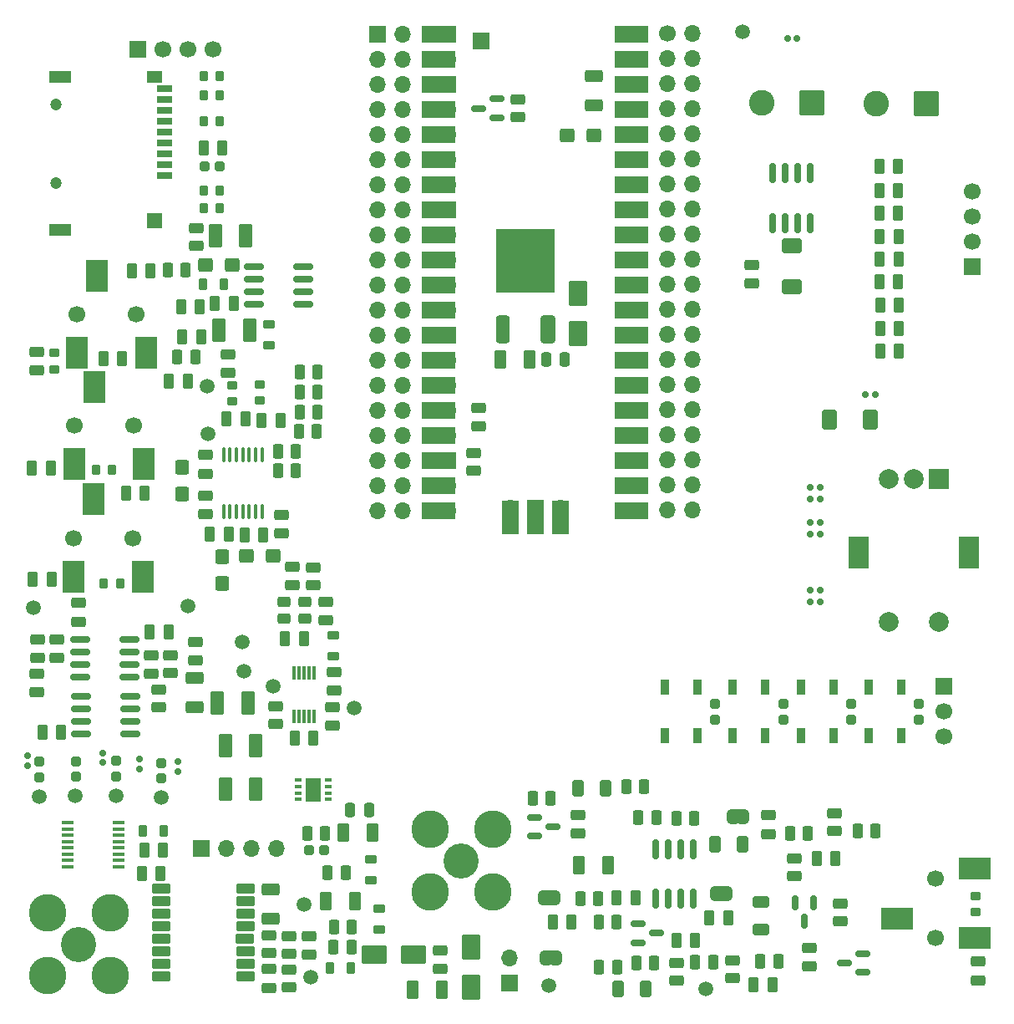
<source format=gbr>
%TF.GenerationSoftware,KiCad,Pcbnew,9.0.7-9.0.7~ubuntu24.04.1*%
%TF.CreationDate,2026-02-19T22:15:48-08:00*%
%TF.ProjectId,Intro-to-CAD-2026,496e7472-6f2d-4746-9f2d-4341442d3230,rev?*%
%TF.SameCoordinates,Original*%
%TF.FileFunction,Soldermask,Top*%
%TF.FilePolarity,Negative*%
%FSLAX46Y46*%
G04 Gerber Fmt 4.6, Leading zero omitted, Abs format (unit mm)*
G04 Created by KiCad (PCBNEW 9.0.7-9.0.7~ubuntu24.04.1) date 2026-02-19 22:15:48*
%MOMM*%
%LPD*%
G01*
G04 APERTURE LIST*
G04 Aperture macros list*
%AMRoundRect*
0 Rectangle with rounded corners*
0 $1 Rounding radius*
0 $2 $3 $4 $5 $6 $7 $8 $9 X,Y pos of 4 corners*
0 Add a 4 corners polygon primitive as box body*
4,1,4,$2,$3,$4,$5,$6,$7,$8,$9,$2,$3,0*
0 Add four circle primitives for the rounded corners*
1,1,$1+$1,$2,$3*
1,1,$1+$1,$4,$5*
1,1,$1+$1,$6,$7*
1,1,$1+$1,$8,$9*
0 Add four rect primitives between the rounded corners*
20,1,$1+$1,$2,$3,$4,$5,0*
20,1,$1+$1,$4,$5,$6,$7,0*
20,1,$1+$1,$6,$7,$8,$9,0*
20,1,$1+$1,$8,$9,$2,$3,0*%
%AMFreePoly0*
4,1,23,0.500000,-0.750000,0.000000,-0.750000,0.000000,-0.745722,-0.065263,-0.745722,-0.191342,-0.711940,-0.304381,-0.646677,-0.396677,-0.554381,-0.461940,-0.441342,-0.495722,-0.315263,-0.495722,-0.250000,-0.500000,-0.250000,-0.500000,0.250000,-0.495722,0.250000,-0.495722,0.315263,-0.461940,0.441342,-0.396677,0.554381,-0.304381,0.646677,-0.191342,0.711940,-0.065263,0.745722,0.000000,0.745722,
0.000000,0.750000,0.500000,0.750000,0.500000,-0.750000,0.500000,-0.750000,$1*%
%AMFreePoly1*
4,1,23,0.000000,0.745722,0.065263,0.745722,0.191342,0.711940,0.304381,0.646677,0.396677,0.554381,0.461940,0.441342,0.495722,0.315263,0.495722,0.250000,0.500000,0.250000,0.500000,-0.250000,0.495722,-0.250000,0.495722,-0.315263,0.461940,-0.441342,0.396677,-0.554381,0.304381,-0.646677,0.191342,-0.711940,0.065263,-0.745722,0.000000,-0.745722,0.000000,-0.750000,-0.500000,-0.750000,
-0.500000,0.750000,0.000000,0.750000,0.000000,0.745722,0.000000,0.745722,$1*%
G04 Aperture macros list end*
%ADD10RoundRect,0.250000X1.050000X1.050000X-1.050000X1.050000X-1.050000X-1.050000X1.050000X-1.050000X0*%
%ADD11C,2.600000*%
%ADD12RoundRect,0.269000X-0.269000X-0.494000X0.269000X-0.494000X0.269000X0.494000X-0.269000X0.494000X0*%
%ADD13RoundRect,0.159000X0.159000X0.189000X-0.159000X0.189000X-0.159000X-0.189000X0.159000X-0.189000X0*%
%ADD14C,1.500000*%
%ADD15RoundRect,0.267317X0.470683X-0.280683X0.470683X0.280683X-0.470683X0.280683X-0.470683X-0.280683X0*%
%ADD16RoundRect,0.244000X-0.269000X0.244000X-0.269000X-0.244000X0.269000X-0.244000X0.269000X0.244000X0*%
%ADD17RoundRect,0.244000X0.269000X-0.244000X0.269000X0.244000X-0.269000X0.244000X-0.269000X-0.244000X0*%
%ADD18RoundRect,0.219000X-0.219000X-0.294000X0.219000X-0.294000X0.219000X0.294000X-0.219000X0.294000X0*%
%ADD19RoundRect,0.267317X0.280683X0.470683X-0.280683X0.470683X-0.280683X-0.470683X0.280683X-0.470683X0*%
%ADD20RoundRect,0.269000X0.269000X0.494000X-0.269000X0.494000X-0.269000X-0.494000X0.269000X-0.494000X0*%
%ADD21RoundRect,0.287778X0.714222X-0.489222X0.714222X0.489222X-0.714222X0.489222X-0.714222X-0.489222X0*%
%ADD22RoundRect,0.150000X0.590000X0.150000X-0.590000X0.150000X-0.590000X-0.150000X0.590000X-0.150000X0*%
%ADD23RoundRect,0.250000X0.425000X-1.150000X0.425000X1.150000X-0.425000X1.150000X-0.425000X-1.150000X0*%
%ADD24RoundRect,0.250000X0.500000X-1.150000X0.500000X1.150000X-0.500000X1.150000X-0.500000X-1.150000X0*%
%ADD25C,0.500000*%
%ADD26RoundRect,0.250000X2.750000X-3.000000X2.750000X3.000000X-2.750000X3.000000X-2.750000X-3.000000X0*%
%ADD27RoundRect,0.267317X-0.280683X-0.470683X0.280683X-0.470683X0.280683X0.470683X-0.280683X0.470683X0*%
%ADD28C,3.556000*%
%ADD29C,3.810000*%
%ADD30FreePoly0,180.000000*%
%ADD31FreePoly1,180.000000*%
%ADD32RoundRect,0.090000X0.360000X-0.660000X0.360000X0.660000X-0.360000X0.660000X-0.360000X-0.660000X0*%
%ADD33RoundRect,0.267317X-0.470683X0.280683X-0.470683X-0.280683X0.470683X-0.280683X0.470683X0.280683X0*%
%ADD34RoundRect,0.267273X0.320727X0.570727X-0.320727X0.570727X-0.320727X-0.570727X0.320727X-0.570727X0*%
%ADD35RoundRect,0.266521X0.346479X0.671479X-0.346479X0.671479X-0.346479X-0.671479X0.346479X-0.671479X0*%
%ADD36R,1.700000X1.700000*%
%ADD37O,1.700000X1.700000*%
%ADD38RoundRect,0.267273X-0.320727X-0.570727X0.320727X-0.570727X0.320727X0.570727X-0.320727X0.570727X0*%
%ADD39RoundRect,0.269000X0.494000X-0.269000X0.494000X0.269000X-0.494000X0.269000X-0.494000X-0.269000X0*%
%ADD40C,1.700000*%
%ADD41RoundRect,0.219000X0.294000X-0.219000X0.294000X0.219000X-0.294000X0.219000X-0.294000X-0.219000X0*%
%ADD42RoundRect,0.287778X-0.489222X-0.714222X0.489222X-0.714222X0.489222X0.714222X-0.489222X0.714222X0*%
%ADD43RoundRect,0.159000X0.189000X-0.159000X0.189000X0.159000X-0.189000X0.159000X-0.189000X-0.159000X0*%
%ADD44RoundRect,0.266521X0.671479X-0.346479X0.671479X0.346479X-0.671479X0.346479X-0.671479X-0.346479X0*%
%ADD45RoundRect,0.260556X-1.027444X-0.677444X1.027444X-0.677444X1.027444X0.677444X-1.027444X0.677444X0*%
%ADD46R,1.200000X0.400000*%
%ADD47RoundRect,0.244000X-0.244000X-0.269000X0.244000X-0.269000X0.244000X0.269000X-0.244000X0.269000X0*%
%ADD48RoundRect,0.150000X-0.150000X0.825000X-0.150000X-0.825000X0.150000X-0.825000X0.150000X0.825000X0*%
%ADD49C,1.200000*%
%ADD50R,1.600000X0.700000*%
%ADD51R,1.500000X1.200000*%
%ADD52R,2.200000X1.200000*%
%ADD53R,1.500000X1.600000*%
%ADD54RoundRect,0.250000X0.250000X0.475000X-0.250000X0.475000X-0.250000X-0.475000X0.250000X-0.475000X0*%
%ADD55RoundRect,0.159000X-0.159000X-0.189000X0.159000X-0.189000X0.159000X0.189000X-0.159000X0.189000X0*%
%ADD56R,2.200000X3.200000*%
%ADD57RoundRect,0.269000X-0.494000X0.269000X-0.494000X-0.269000X0.494000X-0.269000X0.494000X0.269000X0*%
%ADD58RoundRect,0.260556X-0.677444X1.027444X-0.677444X-1.027444X0.677444X-1.027444X0.677444X1.027444X0*%
%ADD59RoundRect,0.263396X-0.434604X-0.949604X0.434604X-0.949604X0.434604X0.949604X-0.434604X0.949604X0*%
%ADD60RoundRect,0.264074X0.473926X0.448926X-0.473926X0.448926X-0.473926X-0.448926X0.473926X-0.448926X0*%
%ADD61RoundRect,0.266521X-0.346479X-0.671479X0.346479X-0.671479X0.346479X0.671479X-0.346479X0.671479X0*%
%ADD62RoundRect,0.219000X0.219000X0.294000X-0.219000X0.294000X-0.219000X-0.294000X0.219000X-0.294000X0*%
%ADD63RoundRect,0.263396X0.434604X0.949604X-0.434604X0.949604X-0.434604X-0.949604X0.434604X-0.949604X0*%
%ADD64R,0.300000X1.400000*%
%ADD65RoundRect,0.150000X0.825000X0.150000X-0.825000X0.150000X-0.825000X-0.150000X0.825000X-0.150000X0*%
%ADD66RoundRect,0.150000X-0.590000X-0.150000X0.590000X-0.150000X0.590000X0.150000X-0.590000X0.150000X0*%
%ADD67RoundRect,0.220000X0.220000X0.380000X-0.220000X0.380000X-0.220000X-0.380000X0.220000X-0.380000X0*%
%ADD68RoundRect,0.266521X-0.671479X0.346479X-0.671479X-0.346479X0.671479X-0.346479X0.671479X0.346479X0*%
%ADD69R,3.500000X1.700000*%
%ADD70R,1.700000X3.500000*%
%ADD71RoundRect,0.219000X-0.294000X0.219000X-0.294000X-0.219000X0.294000X-0.219000X0.294000X0.219000X0*%
%ADD72RoundRect,0.264074X-0.448926X0.473926X-0.448926X-0.473926X0.448926X-0.473926X0.448926X0.473926X0*%
%ADD73RoundRect,0.100000X0.100000X-0.637500X0.100000X0.637500X-0.100000X0.637500X-0.100000X-0.637500X0*%
%ADD74FreePoly0,0.000000*%
%ADD75FreePoly1,0.000000*%
%ADD76RoundRect,0.220000X-0.380000X0.220000X-0.380000X-0.220000X0.380000X-0.220000X0.380000X0.220000X0*%
%ADD77RoundRect,0.220000X0.380000X-0.220000X0.380000X0.220000X-0.380000X0.220000X-0.380000X-0.220000X0*%
%ADD78RoundRect,0.264074X0.448926X-0.473926X0.448926X0.473926X-0.448926X0.473926X-0.448926X-0.473926X0*%
%ADD79R,0.650000X0.350000*%
%ADD80R,1.550000X2.400000*%
%ADD81RoundRect,0.102000X-0.835000X-0.379999X0.835000X-0.379999X0.835000X0.379999X-0.835000X0.379999X0*%
%ADD82RoundRect,0.102000X-0.835000X-0.380000X0.835000X-0.380000X0.835000X0.380000X-0.835000X0.380000X0*%
%ADD83R,2.000000X2.000000*%
%ADD84C,2.000000*%
%ADD85R,2.000000X3.200000*%
%ADD86RoundRect,0.267273X-0.570727X0.320727X-0.570727X-0.320727X0.570727X-0.320727X0.570727X0.320727X0*%
%ADD87RoundRect,0.260556X0.677444X-1.027444X0.677444X1.027444X-0.677444X1.027444X-0.677444X-1.027444X0*%
%ADD88RoundRect,0.150000X-0.150000X0.590000X-0.150000X-0.590000X0.150000X-0.590000X0.150000X0.590000X0*%
%ADD89RoundRect,0.250000X-0.400000X-0.300000X0.400000X-0.300000X0.400000X0.300000X-0.400000X0.300000X0*%
%ADD90RoundRect,0.264074X-0.473926X-0.448926X0.473926X-0.448926X0.473926X0.448926X-0.473926X0.448926X0*%
%ADD91R,3.200000X2.200000*%
%ADD92RoundRect,0.150000X-0.825000X-0.150000X0.825000X-0.150000X0.825000X0.150000X-0.825000X0.150000X0*%
%ADD93RoundRect,0.220000X-0.220000X-0.380000X0.220000X-0.380000X0.220000X0.380000X-0.220000X0.380000X0*%
%ADD94RoundRect,0.162500X-0.162500X0.825000X-0.162500X-0.825000X0.162500X-0.825000X0.162500X0.825000X0*%
G04 APERTURE END LIST*
%TO.C,e2*%
G36*
X155000000Y-126900000D02*
G01*
X154700000Y-126900000D01*
X154700000Y-125400000D01*
X155000000Y-125400000D01*
X155000000Y-126900000D01*
G37*
%TO.C,e7*%
G36*
X174000000Y-112590000D02*
G01*
X173700000Y-112590000D01*
X173700000Y-111090000D01*
X174000000Y-111090000D01*
X174000000Y-112590000D01*
G37*
%TO.C,JP3*%
G36*
X154525000Y-119325000D02*
G01*
X154825000Y-119325000D01*
X154825000Y-120825000D01*
X154525000Y-120825000D01*
X154525000Y-119325000D01*
G37*
%TO.C,e6*%
G36*
X171975000Y-118900000D02*
G01*
X172275000Y-118900000D01*
X172275000Y-120400000D01*
X171975000Y-120400000D01*
X171975000Y-118900000D01*
G37*
%TD*%
D10*
%TO.C,J18*%
X192970000Y-39630000D03*
D11*
X187890000Y-39630000D03*
%TD*%
D12*
%TO.C,C80*%
X190150000Y-64730000D03*
X188250000Y-64730000D03*
%TD*%
%TO.C,C79*%
X188230000Y-62430000D03*
X190130000Y-62430000D03*
%TD*%
%TO.C,C78*%
X188210000Y-55390000D03*
X190110000Y-55390000D03*
%TD*%
%TO.C,C77*%
X188250000Y-60070000D03*
X190150000Y-60070000D03*
%TD*%
%TO.C,C76*%
X188180000Y-57720000D03*
X190080000Y-57720000D03*
%TD*%
%TO.C,C75*%
X188200000Y-53110000D03*
X190100000Y-53110000D03*
%TD*%
%TO.C,C74*%
X188170000Y-50790000D03*
X190070000Y-50790000D03*
%TD*%
%TO.C,C73*%
X188190000Y-48430000D03*
X190090000Y-48430000D03*
%TD*%
%TO.C,C72*%
X188180000Y-46040000D03*
X190080000Y-46040000D03*
%TD*%
D13*
%TO.C,C27*%
X179840000Y-33030000D03*
X178840000Y-33030000D03*
%TD*%
D14*
%TO.C,TP8*%
X170575000Y-129350000D03*
%TD*%
D15*
%TO.C,R1*%
X128370000Y-125790000D03*
X128370000Y-123970000D03*
%TD*%
D16*
%TO.C,C69*%
X185312786Y-100461501D03*
X185312786Y-102021501D03*
%TD*%
D17*
%TO.C,C14*%
X106750000Y-107820000D03*
X106750000Y-106260000D03*
%TD*%
D18*
%TO.C,R69*%
X119700000Y-36830000D03*
X121340000Y-36830000D03*
%TD*%
D19*
%TO.C,R33*%
X118820000Y-65330000D03*
X117000000Y-65330000D03*
%TD*%
D15*
%TO.C,R9*%
X102800000Y-99260000D03*
X102800000Y-97440000D03*
%TD*%
%TO.C,R28*%
X151490000Y-41050000D03*
X151490000Y-39230000D03*
%TD*%
D20*
%TO.C,C29*%
X113710000Y-79130000D03*
X111810000Y-79130000D03*
%TD*%
D21*
%TO.C,S1*%
X179270000Y-58200000D03*
X179270000Y-54050000D03*
%TD*%
D22*
%TO.C,Q4*%
X186500000Y-127625000D03*
X186500000Y-125725000D03*
X184620000Y-126675000D03*
%TD*%
D23*
%TO.C,U6*%
X150020000Y-62530000D03*
D24*
X154600000Y-62530000D03*
D25*
X150310000Y-58050000D03*
X152310000Y-58050000D03*
X154310000Y-58050000D03*
X150310000Y-56050000D03*
X152310000Y-56050000D03*
X154310000Y-56050000D03*
D26*
X152330000Y-55570000D03*
D25*
X150310000Y-54050000D03*
X152310000Y-54050000D03*
X154310000Y-54050000D03*
%TD*%
D16*
%TO.C,C70*%
X178427071Y-100461501D03*
X178427071Y-102021501D03*
%TD*%
D27*
%TO.C,R7*%
X132860000Y-123070000D03*
X134680000Y-123070000D03*
%TD*%
D17*
%TO.C,C22*%
X115410000Y-107990000D03*
X115410000Y-106430000D03*
%TD*%
D14*
%TO.C,TP1*%
X120060000Y-68290000D03*
%TD*%
D12*
%TO.C,C52*%
X102370000Y-87860000D03*
X104270000Y-87860000D03*
%TD*%
D28*
%TO.C,J11*%
X107005000Y-124815000D03*
D29*
X103830000Y-121640000D03*
X103830000Y-127990000D03*
X110180000Y-121640000D03*
X110180000Y-127990000D03*
%TD*%
D30*
%TO.C,e2*%
X155500000Y-126150000D03*
D31*
X154200000Y-126150000D03*
%TD*%
D32*
%TO.C,D10*%
X180219929Y-103691500D03*
X183519929Y-103691500D03*
X183519929Y-98791500D03*
X180219929Y-98791500D03*
%TD*%
D15*
%TO.C,R37*%
X132710000Y-102620000D03*
X132710000Y-100800000D03*
%TD*%
D14*
%TO.C,TP10*%
X123600000Y-94220000D03*
%TD*%
D12*
%TO.C,C61*%
X167575000Y-124375000D03*
X169475000Y-124375000D03*
%TD*%
D33*
%TO.C,R16*%
X127560000Y-81350000D03*
X127560000Y-83170000D03*
%TD*%
D20*
%TO.C,C25*%
X119400000Y-63270000D03*
X117500000Y-63270000D03*
%TD*%
D34*
%TO.C,D6*%
X164500000Y-129350000D03*
X161700000Y-129350000D03*
%TD*%
D35*
%TO.C,C42*%
X143830000Y-129420000D03*
X140870000Y-129420000D03*
%TD*%
D20*
%TO.C,C63*%
X156950000Y-122575000D03*
X155050000Y-122575000D03*
%TD*%
D14*
%TO.C,TP14*%
X103030000Y-109840000D03*
%TD*%
D36*
%TO.C,Je3*%
X119480000Y-115080000D03*
D37*
X122020000Y-115080000D03*
X124560000Y-115080000D03*
X127100000Y-115080000D03*
%TD*%
D15*
%TO.C,R49*%
X179575000Y-117900000D03*
X179575000Y-116080000D03*
%TD*%
D38*
%TO.C,D5*%
X157650000Y-109000000D03*
X160450000Y-109000000D03*
%TD*%
D30*
%TO.C,e7*%
X174500000Y-111840000D03*
D31*
X173200000Y-111840000D03*
%TD*%
D39*
%TO.C,C15*%
X132860000Y-99100000D03*
X132860000Y-97200000D03*
%TD*%
D20*
%TO.C,C38*%
X130800000Y-103940000D03*
X128900000Y-103940000D03*
%TD*%
D17*
%TO.C,C16*%
X102990000Y-107890000D03*
X102990000Y-106330000D03*
%TD*%
D12*
%TO.C,C60*%
X181825000Y-116155000D03*
X183725000Y-116155000D03*
%TD*%
D36*
%TO.C,J15*%
X113010000Y-34140000D03*
D40*
X115550000Y-34140000D03*
X118090000Y-34140000D03*
X120630000Y-34140000D03*
%TD*%
D36*
%TO.C,J5*%
X150650000Y-128750000D03*
D37*
X150650000Y-126210000D03*
%TD*%
D13*
%TO.C,C64*%
X182160000Y-82050000D03*
X181160000Y-82050000D03*
%TD*%
%TO.C,C62*%
X182160000Y-90150000D03*
X181160000Y-90150000D03*
%TD*%
D41*
%TO.C,R19*%
X197940000Y-121570000D03*
X197940000Y-119930000D03*
%TD*%
D15*
%TO.C,R12*%
X116340000Y-97360000D03*
X116340000Y-95540000D03*
%TD*%
D42*
%TO.C,S2*%
X183115000Y-71640000D03*
X187265000Y-71640000D03*
%TD*%
D39*
%TO.C,C20*%
X126320000Y-129200000D03*
X126320000Y-127300000D03*
%TD*%
D43*
%TO.C,R60*%
X101830000Y-106700000D03*
X101830000Y-105700000D03*
%TD*%
D14*
%TO.C,TP25*%
X174310000Y-32350000D03*
%TD*%
D12*
%TO.C,C66*%
X119650000Y-44150000D03*
X121550000Y-44150000D03*
%TD*%
D44*
%TO.C,C34*%
X126480000Y-122240000D03*
X126480000Y-119280000D03*
%TD*%
D14*
%TO.C,TP12*%
X154660000Y-128960000D03*
%TD*%
D43*
%TO.C,R61*%
X113140000Y-107060000D03*
X113140000Y-106060000D03*
%TD*%
D15*
%TO.C,R42*%
X181050000Y-126995000D03*
X181050000Y-125175000D03*
%TD*%
D45*
%TO.C,D1*%
X136960000Y-125890000D03*
X140960000Y-125890000D03*
%TD*%
D46*
%TO.C,U7*%
X105870000Y-112510000D03*
X105870000Y-113145000D03*
X105870000Y-113780000D03*
X105870000Y-114415000D03*
X105870000Y-115050000D03*
X105870000Y-115685000D03*
X105870000Y-116320000D03*
X105870000Y-116955000D03*
X111070000Y-116955000D03*
X111070000Y-116320000D03*
X111070000Y-115685000D03*
X111070000Y-115050000D03*
X111070000Y-114415000D03*
X111070000Y-113780000D03*
X111070000Y-113145000D03*
X111070000Y-112510000D03*
%TD*%
D33*
%TO.C,R34*%
X130750000Y-86620000D03*
X130750000Y-88440000D03*
%TD*%
D19*
%TO.C,R40*%
X165360000Y-126700000D03*
X163540000Y-126700000D03*
%TD*%
D47*
%TO.C,C67*%
X119740000Y-46030000D03*
X121300000Y-46030000D03*
%TD*%
D18*
%TO.C,R30*%
X109550000Y-88260000D03*
X111190000Y-88260000D03*
%TD*%
D27*
%TO.C,R44*%
X169490000Y-126650000D03*
X171310000Y-126650000D03*
%TD*%
D35*
%TO.C,C5*%
X136830000Y-113470000D03*
X133870000Y-113470000D03*
%TD*%
D48*
%TO.C,U9*%
X169287500Y-115225000D03*
X168017500Y-115225000D03*
X166747500Y-115225000D03*
X165477500Y-115225000D03*
X165477500Y-120175000D03*
X166747500Y-120175000D03*
X168017500Y-120175000D03*
X169287500Y-120175000D03*
%TD*%
D49*
%TO.C,J13*%
X104720000Y-39730000D03*
X104720000Y-47730000D03*
D50*
X115720000Y-46930000D03*
X115720000Y-45830000D03*
X115720000Y-44730000D03*
X115720000Y-43630000D03*
X115720000Y-42530000D03*
X115720000Y-41430000D03*
X115720000Y-40330000D03*
X115720000Y-39230000D03*
D51*
X114720000Y-36930000D03*
D52*
X105120000Y-36930000D03*
X105120000Y-52430000D03*
D53*
X114720000Y-51530000D03*
D50*
X115720000Y-38130000D03*
%TD*%
D54*
%TO.C,C43*%
X156300000Y-65560000D03*
X154400000Y-65560000D03*
%TD*%
D37*
%TO.C,J3*%
X166680000Y-80840000D03*
X169220000Y-80840000D03*
X166680000Y-78300000D03*
X169220000Y-78300000D03*
X166680000Y-75760000D03*
X169220000Y-75760000D03*
X166680000Y-73220000D03*
X169220000Y-73220000D03*
X166680000Y-70680000D03*
X169220000Y-70680000D03*
X166680000Y-68140000D03*
X169220000Y-68140000D03*
X166680000Y-65600000D03*
X169220000Y-65600000D03*
X166680000Y-63060000D03*
X169220000Y-63060000D03*
X166680000Y-60520000D03*
X169220000Y-60520000D03*
X166680000Y-57980000D03*
X169220000Y-57980000D03*
X166680000Y-55440000D03*
X169220000Y-55440000D03*
X166680000Y-52900000D03*
X169220000Y-52900000D03*
X166680000Y-50360000D03*
X169220000Y-50360000D03*
X166680000Y-47820000D03*
X169220000Y-47820000D03*
X166680000Y-45280000D03*
X169220000Y-45280000D03*
X166680000Y-42740000D03*
X169220000Y-42740000D03*
X166680000Y-40200000D03*
X169220000Y-40200000D03*
X166680000Y-37660000D03*
X169220000Y-37660000D03*
X166680000Y-35120000D03*
X169220000Y-35120000D03*
D40*
X166680000Y-32580000D03*
D37*
X169220000Y-32580000D03*
%TD*%
D18*
%TO.C,R14*%
X108780000Y-76740000D03*
X110420000Y-76740000D03*
%TD*%
D15*
%TO.C,R10*%
X126320000Y-125700000D03*
X126320000Y-123880000D03*
%TD*%
D43*
%TO.C,R58*%
X117040000Y-107270000D03*
X117040000Y-106270000D03*
%TD*%
D55*
%TO.C,R64*%
X181160000Y-79750000D03*
X182160000Y-79750000D03*
%TD*%
D40*
%TO.C,J16*%
X106860000Y-61020000D03*
X112860000Y-61020000D03*
D56*
X108860000Y-57120000D03*
X106860000Y-64920000D03*
X113860000Y-64920000D03*
%TD*%
D12*
%TO.C,C1*%
X113400000Y-117610000D03*
X115300000Y-117610000D03*
%TD*%
D57*
%TO.C,C11*%
X119840000Y-79360000D03*
X119840000Y-81260000D03*
%TD*%
D58*
%TO.C,D3*%
X157590000Y-58910000D03*
X157590000Y-62910000D03*
%TD*%
D17*
%TO.C,C19*%
X110810000Y-107800000D03*
X110810000Y-106240000D03*
%TD*%
D39*
%TO.C,C58*%
X176890000Y-113630000D03*
X176890000Y-111730000D03*
%TD*%
D33*
%TO.C,R45*%
X167625000Y-126690000D03*
X167625000Y-128510000D03*
%TD*%
D19*
%TO.C,R22*%
X117860000Y-56550000D03*
X116040000Y-56550000D03*
%TD*%
D14*
%TO.C,TP18*%
X102460000Y-90740000D03*
%TD*%
D15*
%TO.C,R21*%
X143670000Y-127290000D03*
X143670000Y-125470000D03*
%TD*%
D47*
%TO.C,C40*%
X130350000Y-115260000D03*
X131910000Y-115260000D03*
%TD*%
D19*
%TO.C,R39*%
X159670000Y-120150000D03*
X157850000Y-120150000D03*
%TD*%
D39*
%TO.C,C18*%
X114360000Y-97400000D03*
X114360000Y-95500000D03*
%TD*%
D12*
%TO.C,C51*%
X102270000Y-76570000D03*
X104170000Y-76570000D03*
%TD*%
D19*
%TO.C,R53*%
X161535000Y-122575000D03*
X159715000Y-122575000D03*
%TD*%
D57*
%TO.C,C4*%
X119880000Y-75240000D03*
X119880000Y-77140000D03*
%TD*%
D18*
%TO.C,R66*%
X119700000Y-48430000D03*
X121340000Y-48430000D03*
%TD*%
D59*
%TO.C,C37*%
X121860000Y-109050000D03*
X124940000Y-109050000D03*
%TD*%
D27*
%TO.C,R52*%
X163730000Y-111975000D03*
X165550000Y-111975000D03*
%TD*%
D60*
%TO.C,C45*%
X122580000Y-55980000D03*
X119880000Y-55980000D03*
%TD*%
D61*
%TO.C,C35*%
X132050000Y-120400000D03*
X135010000Y-120400000D03*
%TD*%
D33*
%TO.C,R31*%
X122170000Y-65070000D03*
X122170000Y-66890000D03*
%TD*%
D27*
%TO.C,R24*%
X129420000Y-66820000D03*
X131240000Y-66820000D03*
%TD*%
D20*
%TO.C,C23*%
X115560000Y-115280000D03*
X113660000Y-115280000D03*
%TD*%
D22*
%TO.C,Q1*%
X149440000Y-41090000D03*
X149440000Y-39190000D03*
X147560000Y-40140000D03*
%TD*%
D27*
%TO.C,R17*%
X127210000Y-74880000D03*
X129030000Y-74880000D03*
%TD*%
D62*
%TO.C,R68*%
X121340000Y-50230000D03*
X119700000Y-50230000D03*
%TD*%
D63*
%TO.C,C46*%
X123940000Y-53040000D03*
X120860000Y-53040000D03*
%TD*%
D27*
%TO.C,R20*%
X132850000Y-125090000D03*
X134670000Y-125090000D03*
%TD*%
%TO.C,R25*%
X129340000Y-72860000D03*
X131160000Y-72860000D03*
%TD*%
D59*
%TO.C,C36*%
X121860000Y-104700000D03*
X124940000Y-104700000D03*
%TD*%
D57*
%TO.C,C21*%
X107010000Y-90220000D03*
X107010000Y-92120000D03*
%TD*%
D27*
%TO.C,R41*%
X153030000Y-110000000D03*
X154850000Y-110000000D03*
%TD*%
D64*
%TO.C,U4*%
X130850000Y-97330000D03*
X130350000Y-97330000D03*
X129850000Y-97330000D03*
X129350000Y-97330000D03*
X128850000Y-97330000D03*
X128850000Y-101730000D03*
X129350000Y-101730000D03*
X129850000Y-101730000D03*
X130350000Y-101730000D03*
X130850000Y-101730000D03*
%TD*%
D27*
%TO.C,R48*%
X185955000Y-113325000D03*
X187775000Y-113325000D03*
%TD*%
D12*
%TO.C,C7*%
X122000000Y-71620000D03*
X123900000Y-71620000D03*
%TD*%
D65*
%TO.C,U1*%
X129735000Y-60015000D03*
X129735000Y-58745000D03*
X129735000Y-57475000D03*
X129735000Y-56205000D03*
X124785000Y-56205000D03*
X124785000Y-57475000D03*
X124785000Y-58745000D03*
X124785000Y-60015000D03*
%TD*%
D27*
%TO.C,R26*%
X129390000Y-70880000D03*
X131210000Y-70880000D03*
%TD*%
D14*
%TO.C,TP2*%
X120110000Y-73130000D03*
%TD*%
D20*
%TO.C,C53*%
X111420000Y-65500000D03*
X109520000Y-65500000D03*
%TD*%
D66*
%TO.C,Q3*%
X163710000Y-122737500D03*
X163710000Y-124637500D03*
X165590000Y-123687500D03*
%TD*%
D67*
%TO.C,FB7*%
X121760000Y-57940000D03*
X119640000Y-57940000D03*
%TD*%
D15*
%TO.C,R23*%
X147040000Y-76830000D03*
X147040000Y-75010000D03*
%TD*%
%TO.C,R38*%
X127000000Y-102510000D03*
X127000000Y-100690000D03*
%TD*%
D61*
%TO.C,C41*%
X149760000Y-65560000D03*
X152720000Y-65560000D03*
%TD*%
D27*
%TO.C,R46*%
X159765000Y-127100000D03*
X161585000Y-127100000D03*
%TD*%
D68*
%TO.C,C33*%
X118740000Y-97820000D03*
X118740000Y-100780000D03*
%TD*%
D37*
%TO.C,U3*%
X144400000Y-32600000D03*
D69*
X143500000Y-32600000D03*
D37*
X144400000Y-35140000D03*
D69*
X143500000Y-35140000D03*
D36*
X144400000Y-37680000D03*
D69*
X143500000Y-37680000D03*
D37*
X144400000Y-40220000D03*
D69*
X143500000Y-40220000D03*
D37*
X144400000Y-42760000D03*
D69*
X143500000Y-42760000D03*
D37*
X144400000Y-45300000D03*
D69*
X143500000Y-45300000D03*
D37*
X144400000Y-47840000D03*
D69*
X143500000Y-47840000D03*
D36*
X144400000Y-50380000D03*
D69*
X143500000Y-50380000D03*
D37*
X144400000Y-52920000D03*
D69*
X143500000Y-52920000D03*
D37*
X144400000Y-55460000D03*
D69*
X143500000Y-55460000D03*
D37*
X144400000Y-58000000D03*
D69*
X143500000Y-58000000D03*
D37*
X144400000Y-60540000D03*
D69*
X143500000Y-60540000D03*
D36*
X144400000Y-63080000D03*
D69*
X143500000Y-63080000D03*
D37*
X144400000Y-65620000D03*
D69*
X143500000Y-65620000D03*
D37*
X144400000Y-68160000D03*
D69*
X143500000Y-68160000D03*
D37*
X144400000Y-70700000D03*
D69*
X143500000Y-70700000D03*
D37*
X144400000Y-73240000D03*
D69*
X143500000Y-73240000D03*
D36*
X144400000Y-75780000D03*
D69*
X143500000Y-75780000D03*
D37*
X144400000Y-78320000D03*
D69*
X143500000Y-78320000D03*
D37*
X144400000Y-80860000D03*
D69*
X143500000Y-80860000D03*
D37*
X162180000Y-80860000D03*
D69*
X163080000Y-80860000D03*
D37*
X162180000Y-78320000D03*
D69*
X163080000Y-78320000D03*
D36*
X162180000Y-75780000D03*
D69*
X163080000Y-75780000D03*
D37*
X162180000Y-73240000D03*
D69*
X163080000Y-73240000D03*
D37*
X162180000Y-70700000D03*
D69*
X163080000Y-70700000D03*
D37*
X162180000Y-68160000D03*
D69*
X163080000Y-68160000D03*
D37*
X162180000Y-65620000D03*
D69*
X163080000Y-65620000D03*
D36*
X162180000Y-63080000D03*
D69*
X163080000Y-63080000D03*
D37*
X162180000Y-60540000D03*
D69*
X163080000Y-60540000D03*
D37*
X162180000Y-58000000D03*
D69*
X163080000Y-58000000D03*
D37*
X162180000Y-55460000D03*
D69*
X163080000Y-55460000D03*
D37*
X162180000Y-52920000D03*
D69*
X163080000Y-52920000D03*
D36*
X162180000Y-50380000D03*
D69*
X163080000Y-50380000D03*
D37*
X162180000Y-47840000D03*
D69*
X163080000Y-47840000D03*
D37*
X162180000Y-45300000D03*
D69*
X163080000Y-45300000D03*
D37*
X162180000Y-42760000D03*
D69*
X163080000Y-42760000D03*
D37*
X162180000Y-40220000D03*
D69*
X163080000Y-40220000D03*
D36*
X162180000Y-37680000D03*
D69*
X163080000Y-37680000D03*
D37*
X162180000Y-35140000D03*
D69*
X163080000Y-35140000D03*
D37*
X162180000Y-32600000D03*
D69*
X163080000Y-32600000D03*
D37*
X150750000Y-80630000D03*
D70*
X150750000Y-81530000D03*
D36*
X153290000Y-80630000D03*
D70*
X153290000Y-81530000D03*
D37*
X155830000Y-80630000D03*
D70*
X155830000Y-81530000D03*
%TD*%
D59*
%TO.C,C17*%
X121070000Y-100350000D03*
X124150000Y-100350000D03*
%TD*%
D15*
%TO.C,R8*%
X115130000Y-100790000D03*
X115130000Y-98970000D03*
%TD*%
D16*
%TO.C,C68*%
X192198500Y-100461501D03*
X192198500Y-102021501D03*
%TD*%
D20*
%TO.C,C30*%
X116100000Y-93200000D03*
X114200000Y-93200000D03*
%TD*%
D71*
%TO.C,R2*%
X125380000Y-68070000D03*
X125380000Y-69710000D03*
%TD*%
D72*
%TO.C,C9*%
X121570000Y-85580000D03*
X121570000Y-88280000D03*
%TD*%
D14*
%TO.C,TP16*%
X106680000Y-109730000D03*
%TD*%
%TO.C,TP4*%
X126720000Y-98650000D03*
%TD*%
D73*
%TO.C,U2*%
X121700000Y-80985000D03*
X122350000Y-80985000D03*
X123000000Y-80985000D03*
X123650000Y-80985000D03*
X124300000Y-80985000D03*
X124950000Y-80985000D03*
X125600000Y-80985000D03*
X125600000Y-75260000D03*
X124950000Y-75260000D03*
X124300000Y-75260000D03*
X123650000Y-75260000D03*
X123000000Y-75260000D03*
X122350000Y-75260000D03*
X121700000Y-75260000D03*
%TD*%
D33*
%TO.C,R15*%
X147570000Y-70520000D03*
X147570000Y-72340000D03*
%TD*%
D15*
%TO.C,R35*%
X128680000Y-88390000D03*
X128680000Y-86570000D03*
%TD*%
D14*
%TO.C,TP11*%
X129820000Y-120730000D03*
%TD*%
D20*
%TO.C,C12*%
X122730000Y-59870000D03*
X120830000Y-59870000D03*
%TD*%
D33*
%TO.C,R43*%
X157650000Y-111740000D03*
X157650000Y-113560000D03*
%TD*%
D74*
%TO.C,JP3*%
X154025000Y-120075000D03*
D75*
X155325000Y-120075000D03*
%TD*%
D27*
%TO.C,R27*%
X129400000Y-68850000D03*
X131220000Y-68850000D03*
%TD*%
D19*
%TO.C,R56*%
X177925000Y-126525000D03*
X176105000Y-126525000D03*
%TD*%
D68*
%TO.C,C2*%
X159220000Y-36860000D03*
X159220000Y-39820000D03*
%TD*%
D12*
%TO.C,C31*%
X103340000Y-103370000D03*
X105240000Y-103370000D03*
%TD*%
D67*
%TO.C,FB5*%
X134620000Y-127180000D03*
X132500000Y-127180000D03*
%TD*%
D33*
%TO.C,R50*%
X183650000Y-111510000D03*
X183650000Y-113330000D03*
%TD*%
D20*
%TO.C,C24*%
X119280000Y-60240000D03*
X117380000Y-60240000D03*
%TD*%
D14*
%TO.C,TP3*%
X134970000Y-100840000D03*
%TD*%
D55*
%TO.C,R63*%
X181160000Y-78550000D03*
X182160000Y-78550000D03*
%TD*%
D76*
%TO.C,FB1*%
X126280000Y-62000000D03*
X126280000Y-64120000D03*
%TD*%
D27*
%TO.C,R6*%
X132240000Y-117580000D03*
X134060000Y-117580000D03*
%TD*%
D77*
%TO.C,FB4*%
X132800000Y-95610000D03*
X132800000Y-93490000D03*
%TD*%
D32*
%TO.C,D8*%
X166448500Y-103691500D03*
X169748500Y-103691500D03*
X169748500Y-98791500D03*
X166448500Y-98791500D03*
%TD*%
D78*
%TO.C,C44*%
X117500000Y-79200000D03*
X117500000Y-76500000D03*
%TD*%
D36*
%TO.C,J7*%
X147830000Y-33290000D03*
%TD*%
D15*
%TO.C,R54*%
X173300000Y-128260000D03*
X173300000Y-126440000D03*
%TD*%
D61*
%TO.C,C54*%
X157670000Y-116800000D03*
X160630000Y-116800000D03*
%TD*%
D71*
%TO.C,R71*%
X104510000Y-64920000D03*
X104510000Y-66560000D03*
%TD*%
D14*
%TO.C,TP5*%
X123740000Y-97150000D03*
%TD*%
D19*
%TO.C,R5*%
X131980000Y-113560000D03*
X130160000Y-113560000D03*
%TD*%
D79*
%TO.C,e1*%
X129237500Y-108195000D03*
X129237500Y-108845000D03*
X129237500Y-109495000D03*
X129237500Y-110145000D03*
X132337500Y-110145000D03*
X132337500Y-109495000D03*
X132337500Y-108845000D03*
X132337500Y-108195000D03*
D80*
X130787500Y-109170000D03*
%TD*%
D33*
%TO.C,R47*%
X184230000Y-120670000D03*
X184230000Y-122490000D03*
%TD*%
D15*
%TO.C,R29*%
X175210000Y-57825000D03*
X175210000Y-56005000D03*
%TD*%
D20*
%TO.C,C49*%
X114270000Y-56560000D03*
X112370000Y-56560000D03*
%TD*%
D27*
%TO.C,R18*%
X127200000Y-76860000D03*
X129020000Y-76860000D03*
%TD*%
D57*
%TO.C,C32*%
X130380000Y-123950000D03*
X130380000Y-125850000D03*
%TD*%
D36*
%TO.C,J4*%
X144400000Y-32600000D03*
D40*
X144400000Y-35140000D03*
X144400000Y-37680000D03*
X144400000Y-40220000D03*
X144400000Y-42760000D03*
X144400000Y-45300000D03*
X144400000Y-47840000D03*
X144400000Y-50380000D03*
X144400000Y-52920000D03*
X144400000Y-55460000D03*
X144400000Y-58000000D03*
X144400000Y-60540000D03*
X144400000Y-63080000D03*
X144400000Y-65620000D03*
X144400000Y-68160000D03*
X144400000Y-70700000D03*
X144400000Y-73240000D03*
X144400000Y-75780000D03*
X144400000Y-78320000D03*
X144400000Y-80860000D03*
%TD*%
D15*
%TO.C,R36*%
X132020000Y-91950000D03*
X132020000Y-90130000D03*
%TD*%
D12*
%TO.C,C6*%
X125550000Y-71730000D03*
X127450000Y-71730000D03*
%TD*%
D15*
%TO.C,R4*%
X128350000Y-129190000D03*
X128350000Y-127370000D03*
%TD*%
D76*
%TO.C,FB2*%
X137470000Y-121190000D03*
X137470000Y-123310000D03*
%TD*%
D81*
%TO.C,TR1*%
X115368000Y-119145000D03*
D82*
X115368000Y-120415000D03*
X115368000Y-121685000D03*
X115383000Y-122940000D03*
X115333000Y-124240000D03*
X115368000Y-125495000D03*
X115368000Y-126765000D03*
X115368000Y-128035000D03*
X123898000Y-128035000D03*
X123898000Y-126765000D03*
X123898000Y-125495000D03*
X123883000Y-124240000D03*
X123933000Y-122940000D03*
X123898000Y-121685000D03*
X123898000Y-120415000D03*
X123898000Y-119145000D03*
%TD*%
D54*
%TO.C,C55*%
X136430000Y-111180000D03*
X134530000Y-111180000D03*
%TD*%
D15*
%TO.C,R32*%
X118900000Y-54080000D03*
X118900000Y-52260000D03*
%TD*%
D83*
%TO.C,SW1*%
X194160000Y-77650000D03*
D84*
X189160000Y-77650000D03*
X191660000Y-77650000D03*
D85*
X197260000Y-85150000D03*
X186060000Y-85150000D03*
D84*
X189160000Y-92150000D03*
X194160000Y-92150000D03*
%TD*%
D74*
%TO.C,e6*%
X171475000Y-119650000D03*
D75*
X172775000Y-119650000D03*
%TD*%
D86*
%TO.C,D7*%
X176125000Y-120505000D03*
X176125000Y-123305000D03*
%TD*%
D63*
%TO.C,C47*%
X124320000Y-62640000D03*
X121240000Y-62640000D03*
%TD*%
D15*
%TO.C,R13*%
X102810000Y-95760000D03*
X102810000Y-93940000D03*
%TD*%
D14*
%TO.C,TP17*%
X118110000Y-90560000D03*
%TD*%
D55*
%TO.C,R70*%
X186765000Y-69140000D03*
X187765000Y-69140000D03*
%TD*%
D36*
%TO.C,J14*%
X194698500Y-98701501D03*
D40*
X194698500Y-101241501D03*
X194698500Y-103781501D03*
%TD*%
%TO.C,J12*%
X106520000Y-83650000D03*
X112520000Y-83650000D03*
D56*
X108520000Y-79750000D03*
X106520000Y-87550000D03*
X113520000Y-87550000D03*
%TD*%
D66*
%TO.C,Q2*%
X153210000Y-111937500D03*
X153210000Y-113837500D03*
X155090000Y-112887500D03*
%TD*%
D28*
%TO.C,J8*%
X145795000Y-116365000D03*
D29*
X148970000Y-119540000D03*
X148970000Y-113190000D03*
X142620000Y-119540000D03*
X142620000Y-113190000D03*
%TD*%
D12*
%TO.C,C13*%
X120320000Y-83260000D03*
X122220000Y-83260000D03*
%TD*%
D33*
%TO.C,R11*%
X118810000Y-94220000D03*
X118810000Y-96040000D03*
%TD*%
D12*
%TO.C,C59*%
X175425000Y-128900000D03*
X177325000Y-128900000D03*
%TD*%
D27*
%TO.C,R55*%
X167600000Y-112025000D03*
X169420000Y-112025000D03*
%TD*%
D32*
%TO.C,D9*%
X173310000Y-103690000D03*
X176610000Y-103690000D03*
X176610000Y-98790000D03*
X173310000Y-98790000D03*
%TD*%
D87*
%TO.C,D2*%
X146770000Y-129120000D03*
X146770000Y-125120000D03*
%TD*%
D88*
%TO.C,Q5*%
X181525000Y-120625000D03*
X179625000Y-120625000D03*
X180575000Y-122505000D03*
%TD*%
D89*
%TO.C,X1*%
X127820000Y-91780000D03*
X129920000Y-91780000D03*
X129920000Y-90130000D03*
X127820000Y-90130000D03*
%TD*%
D14*
%TO.C,TP7*%
X115400000Y-109950000D03*
%TD*%
D20*
%TO.C,C3*%
X118050000Y-67730000D03*
X116150000Y-67730000D03*
%TD*%
D38*
%TO.C,D4*%
X171530000Y-114640000D03*
X174330000Y-114640000D03*
%TD*%
D36*
%TO.C,J6*%
X197620000Y-56190000D03*
D40*
X197620000Y-53650000D03*
X197620000Y-51110000D03*
X197620000Y-48570000D03*
%TD*%
D32*
%TO.C,D11*%
X187105643Y-103691501D03*
X190405643Y-103691501D03*
X190405643Y-98791501D03*
X187105643Y-98791501D03*
%TD*%
D40*
%TO.C,J1*%
X106560000Y-72270000D03*
X112560000Y-72270000D03*
D56*
X108560000Y-68370000D03*
X106560000Y-76170000D03*
X113560000Y-76170000D03*
%TD*%
D12*
%TO.C,C48*%
X127940000Y-93860000D03*
X129840000Y-93860000D03*
%TD*%
D60*
%TO.C,C39*%
X159200000Y-42850000D03*
X156500000Y-42850000D03*
%TD*%
D14*
%TO.C,TP6*%
X110840000Y-109740000D03*
%TD*%
D62*
%TO.C,R67*%
X121340000Y-38830000D03*
X119700000Y-38830000D03*
%TD*%
D40*
%TO.C,J10*%
X162180000Y-80860000D03*
X162180000Y-78320000D03*
X162180000Y-75780000D03*
X162180000Y-73240000D03*
X162180000Y-70700000D03*
X162180000Y-68160000D03*
X162180000Y-65620000D03*
X162180000Y-63080000D03*
X162180000Y-60540000D03*
X162180000Y-58000000D03*
X162180000Y-55460000D03*
X162180000Y-52920000D03*
X162180000Y-50380000D03*
X162180000Y-47840000D03*
X162180000Y-45300000D03*
X162180000Y-42760000D03*
X162180000Y-40220000D03*
X162180000Y-37680000D03*
X162180000Y-35140000D03*
D36*
X162180000Y-32600000D03*
%TD*%
D19*
%TO.C,R62*%
X164335000Y-108800000D03*
X162515000Y-108800000D03*
%TD*%
D39*
%TO.C,C26*%
X102730000Y-66710000D03*
X102730000Y-64810000D03*
%TD*%
D14*
%TO.C,TP26*%
X130570000Y-128120000D03*
%TD*%
D39*
%TO.C,C50*%
X198140000Y-128470000D03*
X198140000Y-126570000D03*
%TD*%
D90*
%TO.C,C8*%
X124000000Y-85440000D03*
X126700000Y-85440000D03*
%TD*%
D77*
%TO.C,FB6*%
X136610000Y-118330000D03*
X136610000Y-116210000D03*
%TD*%
D20*
%TO.C,C56*%
X163425000Y-120100000D03*
X161525000Y-120100000D03*
%TD*%
D40*
%TO.C,J9*%
X193900000Y-124170000D03*
X193900000Y-118170000D03*
D91*
X190000000Y-122170000D03*
X197800000Y-124170000D03*
X197800000Y-117170000D03*
%TD*%
D27*
%TO.C,R51*%
X179110000Y-113540000D03*
X180930000Y-113540000D03*
%TD*%
D20*
%TO.C,C57*%
X172850000Y-122100000D03*
X170950000Y-122100000D03*
%TD*%
D65*
%TO.C,U5*%
X112230000Y-103540000D03*
X112230000Y-102270000D03*
X112230000Y-101000000D03*
X112230000Y-99730000D03*
X107280000Y-99730000D03*
X107280000Y-101000000D03*
X107280000Y-102270000D03*
X107280000Y-103540000D03*
%TD*%
D20*
%TO.C,C10*%
X125720000Y-83360000D03*
X123820000Y-83360000D03*
%TD*%
D92*
%TO.C,U8*%
X107170000Y-93920000D03*
X107170000Y-95190000D03*
X107170000Y-96460000D03*
X107170000Y-97730000D03*
X112120000Y-97730000D03*
X112120000Y-96460000D03*
X112120000Y-95190000D03*
X112120000Y-93920000D03*
%TD*%
D13*
%TO.C,C65*%
X182160000Y-83250000D03*
X181160000Y-83250000D03*
%TD*%
D43*
%TO.C,R59*%
X109440000Y-106420000D03*
X109440000Y-105420000D03*
%TD*%
D71*
%TO.C,R3*%
X122610000Y-68160000D03*
X122610000Y-69800000D03*
%TD*%
D36*
%TO.C,J2*%
X137310000Y-32606000D03*
D37*
X139850000Y-32606000D03*
X137310000Y-35146000D03*
X139850000Y-35146000D03*
X137310000Y-37686000D03*
X139850000Y-37686000D03*
X137310000Y-40226000D03*
X139850000Y-40226000D03*
X137310000Y-42766000D03*
X139850000Y-42766000D03*
X137310000Y-45306000D03*
X139850000Y-45306000D03*
X137310000Y-47846000D03*
X139850000Y-47846000D03*
X137310000Y-50386000D03*
X139850000Y-50386000D03*
X137310000Y-52926000D03*
X139850000Y-52926000D03*
X137310000Y-55466000D03*
X139850000Y-55466000D03*
X137310000Y-58006000D03*
X139850000Y-58006000D03*
X137310000Y-60546000D03*
X139850000Y-60546000D03*
X137310000Y-63086000D03*
X139850000Y-63086000D03*
X137310000Y-65626000D03*
X139850000Y-65626000D03*
X137310000Y-68166000D03*
X139850000Y-68166000D03*
X137310000Y-70706000D03*
X139850000Y-70706000D03*
X137310000Y-73246000D03*
X139850000Y-73246000D03*
X137310000Y-75786000D03*
X139850000Y-75786000D03*
X137310000Y-78326000D03*
X139850000Y-78326000D03*
X137310000Y-80866000D03*
X139850000Y-80866000D03*
%TD*%
D18*
%TO.C,R65*%
X119700000Y-41430000D03*
X121340000Y-41430000D03*
%TD*%
D39*
%TO.C,C28*%
X104830000Y-95830000D03*
X104830000Y-93930000D03*
%TD*%
D16*
%TO.C,C71*%
X171541357Y-100461500D03*
X171541357Y-102021500D03*
%TD*%
D93*
%TO.C,FB3*%
X113490000Y-113290000D03*
X115610000Y-113290000D03*
%TD*%
D55*
%TO.C,R57*%
X181160000Y-88950000D03*
X182160000Y-88950000D03*
%TD*%
D10*
%TO.C,J17*%
X181300000Y-39562500D03*
D11*
X176220000Y-39562500D03*
%TD*%
D94*
%TO.C,U10*%
X181137500Y-46702500D03*
X179867500Y-46702500D03*
X178597500Y-46702500D03*
X177327500Y-46702500D03*
X177327500Y-51777500D03*
X178597500Y-51777500D03*
X179867500Y-51777500D03*
X181137500Y-51777500D03*
%TD*%
M02*

</source>
